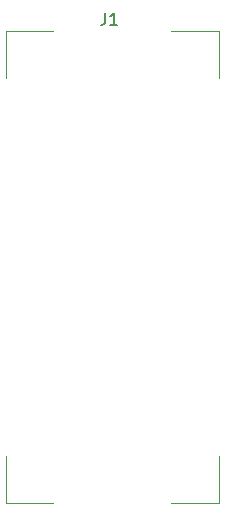
<source format=gbr>
%TF.GenerationSoftware,KiCad,Pcbnew,(6.0.11)*%
%TF.CreationDate,2023-02-06T20:57:08+10:00*%
%TF.ProjectId,can_explorer,63616e5f-6578-4706-9c6f-7265722e6b69,rev?*%
%TF.SameCoordinates,Original*%
%TF.FileFunction,Legend,Top*%
%TF.FilePolarity,Positive*%
%FSLAX46Y46*%
G04 Gerber Fmt 4.6, Leading zero omitted, Abs format (unit mm)*
G04 Created by KiCad (PCBNEW (6.0.11)) date 2023-02-06 20:57:08*
%MOMM*%
%LPD*%
G01*
G04 APERTURE LIST*
%ADD10C,0.150000*%
%ADD11C,0.120000*%
%ADD12R,2.000000X3.000000*%
%ADD13O,2.000000X3.000000*%
%ADD14R,1.700000X1.700000*%
%ADD15O,1.700000X1.700000*%
G04 APERTURE END LIST*
D10*
%TO.C,J1*%
X146716666Y-59777380D02*
X146716666Y-60491666D01*
X146669047Y-60634523D01*
X146573809Y-60729761D01*
X146430952Y-60777380D01*
X146335714Y-60777380D01*
X147716666Y-60777380D02*
X147145238Y-60777380D01*
X147430952Y-60777380D02*
X147430952Y-59777380D01*
X147335714Y-59920238D01*
X147240476Y-60015476D01*
X147145238Y-60063095D01*
D11*
X142320000Y-101280000D02*
X138320000Y-101280000D01*
X156320000Y-97280000D02*
X156320000Y-101280000D01*
X156320000Y-61280000D02*
X156320000Y-65280000D01*
X138320000Y-61280000D02*
X142320000Y-61280000D01*
X156320000Y-101280000D02*
X152320000Y-101280000D01*
X152320000Y-61280000D02*
X156320000Y-61280000D01*
X138320000Y-65280000D02*
X138320000Y-61280000D01*
X138320000Y-101280000D02*
X138320000Y-97280000D01*
%TD*%
%LPC*%
D12*
%TO.C,J1*%
X143020000Y-67280000D03*
D13*
X143020000Y-71280000D03*
X143020000Y-75280000D03*
X143020000Y-79280000D03*
X143020000Y-83280000D03*
X143020000Y-87280000D03*
X143020000Y-91280000D03*
X143020000Y-95280000D03*
X151620000Y-67280000D03*
X151620000Y-71280000D03*
X151620000Y-75280000D03*
X151620000Y-79280000D03*
X151620000Y-83280000D03*
X151620000Y-87280000D03*
X151620000Y-91280000D03*
X151620000Y-95280000D03*
%TD*%
D14*
%TO.C,J2*%
X134620000Y-72390000D03*
D15*
X134620000Y-74930000D03*
X134620000Y-77470000D03*
X134620000Y-80010000D03*
X134620000Y-82550000D03*
X134620000Y-85090000D03*
X134620000Y-87630000D03*
X134620000Y-90170000D03*
%TD*%
D14*
%TO.C,J3*%
X160020000Y-72390000D03*
D15*
X160020000Y-74930000D03*
X160020000Y-77470000D03*
X160020000Y-80010000D03*
X160020000Y-82550000D03*
X160020000Y-85090000D03*
X160020000Y-87630000D03*
X160020000Y-90170000D03*
%TD*%
M02*

</source>
